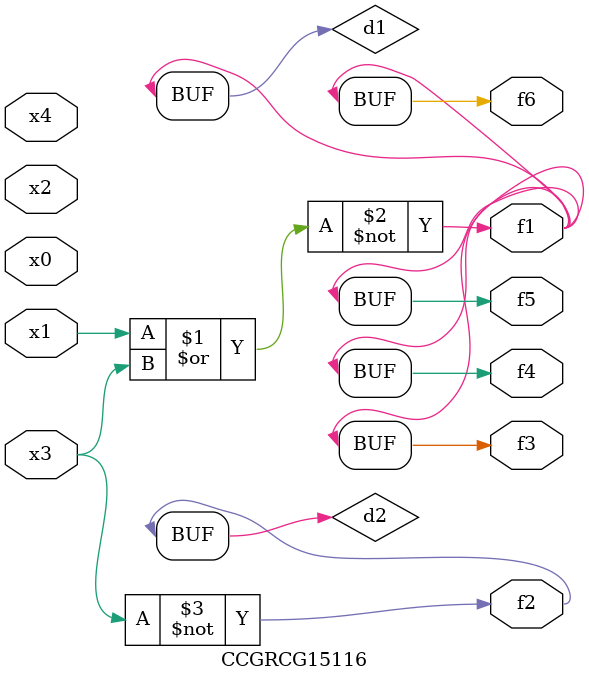
<source format=v>
module CCGRCG15116(
	input x0, x1, x2, x3, x4,
	output f1, f2, f3, f4, f5, f6
);

	wire d1, d2;

	nor (d1, x1, x3);
	not (d2, x3);
	assign f1 = d1;
	assign f2 = d2;
	assign f3 = d1;
	assign f4 = d1;
	assign f5 = d1;
	assign f6 = d1;
endmodule

</source>
